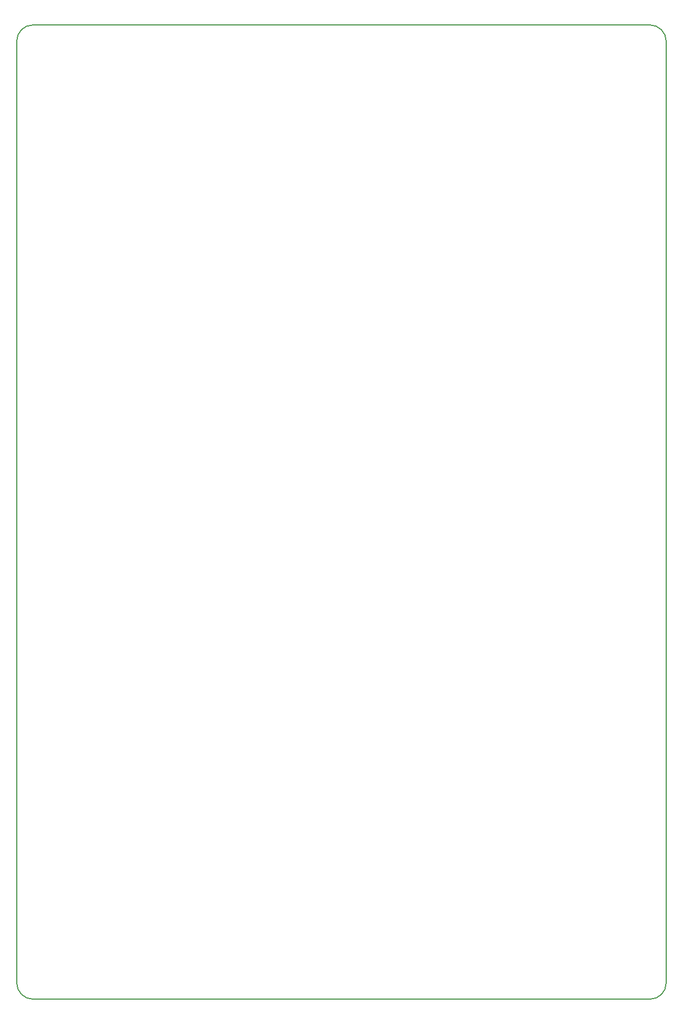
<source format=gbr>
G04 #@! TF.GenerationSoftware,KiCad,Pcbnew,(5.1.2)-2*
G04 #@! TF.CreationDate,2019-09-08T22:54:21+02:00*
G04 #@! TF.ProjectId,Benjolin_Kicad,42656e6a-6f6c-4696-9e5f-4b696361642e,rev?*
G04 #@! TF.SameCoordinates,Original*
G04 #@! TF.FileFunction,Profile,NP*
%FSLAX46Y46*%
G04 Gerber Fmt 4.6, Leading zero omitted, Abs format (unit mm)*
G04 Created by KiCad (PCBNEW (5.1.2)-2) date 2019-09-08 22:54:21*
%MOMM*%
%LPD*%
G04 APERTURE LIST*
%ADD10C,0.150000*%
G04 APERTURE END LIST*
D10*
X279400000Y-162560000D02*
G75*
G02X276860000Y-165100000I-2540000J0D01*
G01*
X177800000Y-15240000D02*
X177800000Y-157988000D01*
X279400000Y-162560000D02*
X279400000Y-15240000D01*
X180340000Y-165100000D02*
X276860000Y-165100000D01*
X180340000Y-165100000D02*
G75*
G02X177800000Y-162560000I0J2540000D01*
G01*
X177800000Y-15240000D02*
G75*
G02X180340000Y-12700000I2540000J0D01*
G01*
X276860000Y-12700000D02*
G75*
G02X279400000Y-15240000I0J-2540000D01*
G01*
X276860000Y-12700000D02*
X180340000Y-12700000D01*
X177800000Y-162560000D02*
X177800000Y-157988000D01*
M02*

</source>
